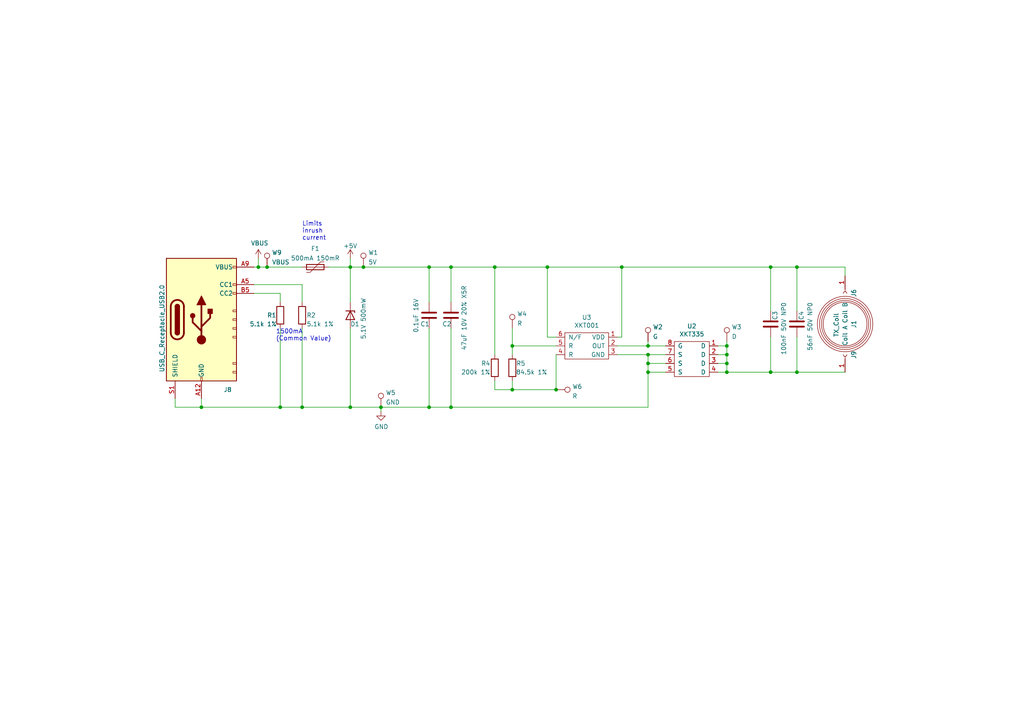
<source format=kicad_sch>
(kicad_sch (version 20211123) (generator eeschema)
  (paper "A4")
  (lib_symbols
    (symbol "Connector:Conn_01x01_Female" (pin_names (offset 1.016) hide)
      (property "Reference" "J" (at 0 2.54 0))
      (property "Value" "Conn_01x01_Female" (at 0 -2.54 0))
      (symbol "Conn_01x01_Female_1_1"
        (polyline (pts (xy -1.27 0) (xy -0.508 0)) (stroke (width 0.1524)))
        (arc (start 0 0.508) (mid -0.508 0) (end 0 -0.508) (stroke (width 0.1524)))
        (pin passive line (at -5.08 0 0) (length 3.81) (name "Pin_1") (number "1"))
      )
    )
    (symbol "Device:C" (pin_numbers hide) (pin_names (offset 0.254))
      (property "Reference" "C" (at 0.635 2.54 0))
      (property "Value" "C" (at 0.635 -2.54 0))
      (symbol "C_0_1"
        (polyline (pts (xy -2.032 -0.762) (xy 2.032 -0.762)) (stroke (width 0.508)))
        (polyline (pts (xy -2.032 0.762) (xy 2.032 0.762)) (stroke (width 0.508)))
      )
      (symbol "C_1_1"
        (pin passive line (at 0 3.81 270) (length 2.794) (name "~") (number "1"))
        (pin passive line (at 0 -3.81 90) (length 2.794) (name "~") (number "2"))
      )
    )
    (symbol "Device:D_Zener" (pin_numbers hide) (pin_names (offset 1.016) hide)
      (property "Reference" "D" (at 0 2.54 0))
      (property "Value" "D_Zener" (at 0 -2.54 0))
      (symbol "D_Zener_0_1"
        (polyline (pts (xy 1.27 0) (xy -1.27 0)))
        (polyline (pts (xy -1.27 -1.27) (xy -1.27 1.27) (xy -0.762 1.27)) (stroke (width 0.254)))
        (polyline (pts (xy 1.27 -1.27) (xy 1.27 1.27) (xy -1.27 0) (xy 1.27 -1.27)) (stroke (width 0.254)))
      )
      (symbol "D_Zener_1_1"
        (pin passive line (at -3.81 0 0) (length 2.54) (name "K") (number "1"))
        (pin passive line (at 3.81 0 180) (length 2.54) (name "A") (number "2"))
      )
    )
    (symbol "Device:Polyfuse" (pin_numbers hide) (pin_names (offset 0))
      (property "Reference" "F" (at -2.54 0 90))
      (property "Value" "Polyfuse" (at 2.54 0 90))
      (symbol "Polyfuse_0_1"
        (rectangle (start -0.762 2.54) (end 0.762 -2.54) (stroke (width 0.254)))
        (polyline (pts (xy 0 2.54) (xy 0 -2.54)))
        (polyline (pts (xy -1.524 2.54) (xy -1.524 1.524) (xy 1.524 -1.524) (xy 1.524 -2.54)))
      )
      (symbol "Polyfuse_1_1"
        (pin passive line (at 0 3.81 270) (length 1.27) (name "~") (number "1"))
        (pin passive line (at 0 -3.81 90) (length 1.27) (name "~") (number "2"))
      )
    )
    (symbol "Device:R" (pin_numbers hide) (pin_names (offset 0))
      (property "Reference" "R" (at 2.032 0 90))
      (property "Value" "R" (at 0 0 90))
      (symbol "R_0_1"
        (rectangle (start -1.016 -2.54) (end 1.016 2.54) (stroke (width 0.254)))
      )
      (symbol "R_1_1"
        (pin passive line (at 0 3.81 270) (length 1.27) (name "~") (number "1"))
        (pin passive line (at 0 -3.81 90) (length 1.27) (name "~") (number "2"))
      )
    )
    (symbol "Pixels-dice:TEST_1P-conn" (pin_numbers hide) (pin_names (offset 0.762) hide)
      (property "Reference" "W" (at 0 6.858 0))
      (property "Value" "TEST_1P-conn" (at 0 5.08 0))
      (symbol "TEST_1P-conn_0_1"
        (circle (center 0 3.302) (radius 0.762))
      )
      (symbol "TEST_1P-conn_1_1"
        (pin passive line (at 0 0 90) (length 2.54) (name "1") (number "1"))
      )
    )
    (symbol "Pixels-dice:TX_Coil"
      (property "Reference" "J" (at 0 10.16 0))
      (property "Value" "TX_Coil" (at 0 -10.16 0))
      (symbol "TX_Coil_0_1"
        (circle (center 0 0) (radius 6.35))
        (circle (center 0 0) (radius 6.8392))
        (circle (center 0 0) (radius 7.4053))
        (circle (center 0 0) (radius 8.0322))
      )
    )
    (symbol "Pixels-dice:USB_C_Receptacle_USB2.0" (pin_names (offset 1.016))
      (property "Reference" "J" (at -10.16 19.05 0))
      (property "Value" "USB_C_Receptacle_USB2.0" (at 19.05 19.05 0))
      (symbol "USB_C_Receptacle_USB2.0_0_0"
        (rectangle (start -0.254 -17.78) (end 0.254 -16.764))
        (rectangle (start 10.16 -14.986) (end 9.144 -15.494))
        (rectangle (start 10.16 -12.446) (end 9.144 -12.954))
        (rectangle (start 10.16 -4.826) (end 9.144 -5.334))
        (rectangle (start 10.16 -2.286) (end 9.144 -2.794))
        (rectangle (start 10.16 0.254) (end 9.144 -0.254))
        (rectangle (start 10.16 2.794) (end 9.144 2.286))
        (rectangle (start 10.16 7.874) (end 9.144 7.366))
        (rectangle (start 10.16 10.414) (end 9.144 9.906))
        (rectangle (start 10.16 15.494) (end 9.144 14.986))
      )
      (symbol "USB_C_Receptacle_USB2.0_0_1"
        (rectangle (start -10.16 17.78) (end 10.16 -17.78) (stroke (width 0.254)) (fill (type background)))
        (arc (start -8.89 -3.81) (mid -6.985 -5.715) (end -5.08 -3.81) (stroke (width 0.508)))
        (arc (start -7.62 -3.81) (mid -6.985 -4.445) (end -6.35 -3.81) (stroke (width 0.254)))
        (arc (start -7.62 -3.81) (mid -6.985 -4.445) (end -6.35 -3.81) (stroke (width 0.254)) (fill (type outline)))
        (rectangle (start -7.62 -3.81) (end -6.35 3.81) (stroke (width 0.254)) (fill (type outline)))
        (arc (start -6.35 3.81) (mid -6.985 4.445) (end -7.62 3.81) (stroke (width 0.254)))
        (arc (start -6.35 3.81) (mid -6.985 4.445) (end -7.62 3.81) (stroke (width 0.254)) (fill (type outline)))
        (arc (start -5.08 3.81) (mid -6.985 5.715) (end -8.89 3.81) (stroke (width 0.508)))
        (circle (center -2.54 1.143) (radius 0.635) (stroke (width 0.254)) (fill (type outline)))
        (circle (center 0 -5.842) (radius 1.27) (fill (type outline)))
        (polyline (pts (xy -8.89 -3.81) (xy -8.89 3.81)) (stroke (width 0.508)))
        (polyline (pts (xy -5.08 3.81) (xy -5.08 -3.81)) (stroke (width 0.508)))
        (polyline (pts (xy 0 -5.842) (xy 0 4.318)) (stroke (width 0.508)))
        (polyline (pts (xy 0 -3.302) (xy -2.54 -0.762) (xy -2.54 0.508)) (stroke (width 0.508)))
        (polyline (pts (xy 0 -2.032) (xy 2.54 0.508) (xy 2.54 1.778)) (stroke (width 0.508)))
        (polyline (pts (xy -1.27 4.318) (xy 0 6.858) (xy 1.27 4.318) (xy -1.27 4.318)) (stroke (width 0.254)) (fill (type outline)))
        (rectangle (start 1.905 1.778) (end 3.175 3.048) (stroke (width 0.254)) (fill (type outline)))
      )
      (symbol "USB_C_Receptacle_USB2.0_1_1"
        (pin passive line (at 0 -22.86 90) (length 5.08) (name "GND") (number "A12"))
        (pin bidirectional line (at 15.24 10.16 180) (length 5.08) (name "CC1") (number "A5"))
        (pin passive line (at 15.24 15.24 180) (length 5.08) (name "VBUS") (number "A9"))
        (pin passive line (at 0 -22.86 90) (length 5.08) hide (name "GND") (number "B12"))
        (pin bidirectional line (at 15.24 7.62 180) (length 5.08) (name "CC2") (number "B5"))
        (pin passive line (at 15.24 15.24 180) (length 5.08) hide (name "VBUS") (number "B9"))
        (pin passive line (at -7.62 -22.86 90) (length 5.08) (name "SHIELD") (number "S1"))
      )
    )
    (symbol "Pixels-dice:XKT001" (pin_names (offset 1.016))
      (property "Reference" "U" (at 0 5.08 0))
      (property "Value" "XKT001" (at 0 -5.08 0))
      (symbol "XKT001_0_1"
        (rectangle (start -6.35 3.81) (end 6.35 -3.81))
      )
      (symbol "XKT001_1_1"
        (pin power_in line (at -8.89 2.54 0) (length 2.54) (name "VDD") (number "1"))
        (pin output line (at -8.89 0 0) (length 2.54) (name "OUT") (number "2"))
        (pin power_in line (at -8.89 -2.54 0) (length 2.54) (name "GND") (number "3"))
        (pin passive line (at 8.89 -2.54 180) (length 2.54) (name "R") (number "4"))
        (pin passive line (at 8.89 0 180) (length 2.54) (name "R") (number "5"))
        (pin input line (at 8.89 2.54 180) (length 2.54) (name "N/F") (number "6"))
      )
    )
    (symbol "Pixels-dice:XKT335" (pin_names (offset 1.016))
      (property "Reference" "U" (at 0 6.35 0))
      (property "Value" "XKT335" (at 0 -6.35 0))
      (symbol "XKT335_0_1"
        (rectangle (start -5.08 5.08) (end 5.08 -5.08))
      )
      (symbol "XKT335_1_1"
        (pin input line (at -7.62 3.81 0) (length 2.54) (name "D") (number "1"))
        (pin input line (at -7.62 1.27 0) (length 2.54) (name "D") (number "2"))
        (pin input line (at -7.62 -1.27 0) (length 2.54) (name "D") (number "3"))
        (pin input line (at -7.62 -3.81 0) (length 2.54) (name "D") (number "4"))
        (pin input line (at 7.62 -3.81 180) (length 2.54) (name "S") (number "5"))
        (pin input line (at 7.62 -1.27 180) (length 2.54) (name "S") (number "6"))
        (pin input line (at 7.62 1.27 180) (length 2.54) (name "S") (number "7"))
        (pin input line (at 7.62 3.81 180) (length 2.54) (name "G") (number "8"))
      )
    )
    (symbol "power:+5V" (power) (pin_names (offset 0))
      (property "Value" "+5V" (at 0 3.556 0))
      (symbol "+5V_0_1"
        (polyline (pts (xy -0.762 1.27) (xy 0 2.54)))
        (polyline (pts (xy 0 0) (xy 0 2.54)))
        (polyline (pts (xy 0 2.54) (xy 0.762 1.27)))
      )
      (symbol "+5V_1_1"
        (pin power_in line (at 0 0 90) (length 0) hide (name "+5V") (number "1"))
      )
    )
    (symbol "power:GND" (power) (pin_names (offset 0))
      (property "Value" "GND" (at 0 -3.81 0))
      (symbol "GND_0_1"
        (polyline (pts (xy 0 0) (xy 0 -1.27) (xy 1.27 -1.27) (xy 0 -2.54) (xy -1.27 -1.27) (xy 0 -1.27)))
      )
      (symbol "GND_1_1"
        (pin power_in line (at 0 0 270) (length 0) hide (name "GND") (number "1"))
      )
    )
    (symbol "power:VBUS" (power) (pin_names (offset 0))
      (property "Value" "VBUS" (at 0 3.81 0))
      (symbol "VBUS_0_1"
        (polyline (pts (xy -0.762 1.27) (xy 0 2.54)))
        (polyline (pts (xy 0 0) (xy 0 2.54)))
        (polyline (pts (xy 0 2.54) (xy 0.762 1.27)))
      )
      (symbol "VBUS_1_1"
        (pin power_in line (at 0 0 90) (length 0) hide (name "VBUS") (number "1"))
      )
    )
  )
  (junction (at 158.75 77.47))
  (junction (at 210.82 102.87))
  (junction (at 101.6 77.47))
  (junction (at 143.51 77.47))
  (junction (at 130.81 118.11))
  (junction (at 110.49 118.11))
  (junction (at 124.46 118.11))
  (junction (at 58.42 118.11))
  (junction (at 87.63 118.11))
  (junction (at 101.6 118.11))
  (junction (at 81.28 118.11))
  (junction (at 231.14 77.47))
  (junction (at 210.82 107.95))
  (junction (at 74.93 77.47))
  (junction (at 187.96 107.95))
  (junction (at 105.41 77.47))
  (junction (at 130.81 77.47))
  (junction (at 77.47 77.47))
  (junction (at 161.29 113.03))
  (junction (at 210.82 100.33))
  (junction (at 124.46 77.47))
  (junction (at 231.14 107.95))
  (junction (at 210.82 105.41))
  (junction (at 187.96 100.33))
  (junction (at 187.96 102.87))
  (junction (at 180.34 77.47))
  (junction (at 223.52 77.47))
  (junction (at 187.96 105.41))
  (junction (at 148.59 113.03))
  (junction (at 223.52 107.95))
  (junction (at 148.59 100.33))
  (wire (pts (xy 193.04 102.87) (xy 187.96 102.87)))
  (wire (pts (xy 245.11 80.01) (xy 245.11 77.47)))
  (wire (pts (xy 187.96 107.95) (xy 187.96 118.11)))
  (wire (pts (xy 208.28 102.87) (xy 210.82 102.87)))
  (wire (pts (xy 180.34 77.47) (xy 223.52 77.47)))
  (wire (pts (xy 143.51 113.03) (xy 143.51 110.49)))
  (wire (pts (xy 81.28 118.11) (xy 87.63 118.11)))
  (wire (pts (xy 231.14 107.95) (xy 245.11 107.95)))
  (wire (pts (xy 161.29 102.87) (xy 161.29 113.03)))
  (wire (pts (xy 143.51 77.47) (xy 143.51 102.87)))
  (wire (pts (xy 223.52 97.79) (xy 223.52 107.95)))
  (wire (pts (xy 158.75 77.47) (xy 158.75 97.79)))
  (wire (pts (xy 110.49 118.11) (xy 110.49 119.38)))
  (wire (pts (xy 110.49 118.11) (xy 124.46 118.11)))
  (wire (pts (xy 223.52 77.47) (xy 223.52 90.17)))
  (wire (pts (xy 101.6 77.47) (xy 101.6 87.63)))
  (wire (pts (xy 74.93 74.93) (xy 74.93 77.47)))
  (wire (pts (xy 130.81 77.47) (xy 130.81 87.63)))
  (wire (pts (xy 187.96 107.95) (xy 193.04 107.95)))
  (wire (pts (xy 101.6 95.25) (xy 101.6 118.11)))
  (wire (pts (xy 50.8 115.57) (xy 50.8 118.11)))
  (wire (pts (xy 148.59 113.03) (xy 143.51 113.03)))
  (wire (pts (xy 101.6 118.11) (xy 110.49 118.11)))
  (wire (pts (xy 231.14 97.79) (xy 231.14 107.95)))
  (wire (pts (xy 87.63 95.25) (xy 87.63 118.11)))
  (wire (pts (xy 210.82 100.33) (xy 210.82 102.87)))
  (wire (pts (xy 158.75 97.79) (xy 161.29 97.79)))
  (wire (pts (xy 148.59 113.03) (xy 148.59 110.49)))
  (wire (pts (xy 81.28 85.09) (xy 81.28 87.63)))
  (wire (pts (xy 208.28 105.41) (xy 210.82 105.41)))
  (wire (pts (xy 143.51 77.47) (xy 158.75 77.47)))
  (wire (pts (xy 58.42 118.11) (xy 81.28 118.11)))
  (wire (pts (xy 130.81 77.47) (xy 143.51 77.47)))
  (wire (pts (xy 210.82 105.41) (xy 210.82 107.95)))
  (wire (pts (xy 179.07 97.79) (xy 180.34 97.79)))
  (wire (pts (xy 148.59 95.25) (xy 148.59 100.33)))
  (wire (pts (xy 124.46 95.25) (xy 124.46 118.11)))
  (wire (pts (xy 87.63 118.11) (xy 101.6 118.11)))
  (wire (pts (xy 130.81 118.11) (xy 187.96 118.11)))
  (wire (pts (xy 208.28 100.33) (xy 210.82 100.33)))
  (wire (pts (xy 210.82 100.33) (xy 210.82 99.06)))
  (wire (pts (xy 124.46 77.47) (xy 130.81 77.47)))
  (wire (pts (xy 130.81 95.25) (xy 130.81 118.11)))
  (wire (pts (xy 101.6 74.93) (xy 101.6 77.47)))
  (wire (pts (xy 231.14 90.17) (xy 231.14 77.47)))
  (wire (pts (xy 245.11 77.47) (xy 231.14 77.47)))
  (wire (pts (xy 223.52 107.95) (xy 231.14 107.95)))
  (wire (pts (xy 179.07 100.33) (xy 187.96 100.33)))
  (wire (pts (xy 105.41 77.47) (xy 124.46 77.47)))
  (wire (pts (xy 95.25 77.47) (xy 101.6 77.47)))
  (wire (pts (xy 50.8 118.11) (xy 58.42 118.11)))
  (wire (pts (xy 73.66 85.09) (xy 81.28 85.09)))
  (wire (pts (xy 87.63 82.55) (xy 87.63 87.63)))
  (wire (pts (xy 73.66 82.55) (xy 87.63 82.55)))
  (wire (pts (xy 187.96 105.41) (xy 187.96 102.87)))
  (wire (pts (xy 158.75 77.47) (xy 180.34 77.47)))
  (wire (pts (xy 148.59 113.03) (xy 161.29 113.03)))
  (wire (pts (xy 73.66 77.47) (xy 74.93 77.47)))
  (wire (pts (xy 58.42 115.57) (xy 58.42 118.11)))
  (wire (pts (xy 101.6 77.47) (xy 105.41 77.47)))
  (wire (pts (xy 210.82 102.87) (xy 210.82 105.41)))
  (wire (pts (xy 77.47 77.47) (xy 87.63 77.47)))
  (wire (pts (xy 148.59 100.33) (xy 161.29 100.33)))
  (wire (pts (xy 187.96 102.87) (xy 179.07 102.87)))
  (wire (pts (xy 193.04 105.41) (xy 187.96 105.41)))
  (wire (pts (xy 124.46 87.63) (xy 124.46 77.47)))
  (wire (pts (xy 187.96 100.33) (xy 193.04 100.33)))
  (wire (pts (xy 74.93 77.47) (xy 77.47 77.47)))
  (wire (pts (xy 210.82 107.95) (xy 223.52 107.95)))
  (wire (pts (xy 187.96 105.41) (xy 187.96 107.95)))
  (wire (pts (xy 81.28 95.25) (xy 81.28 118.11)))
  (wire (pts (xy 148.59 102.87) (xy 148.59 100.33)))
  (wire (pts (xy 180.34 77.47) (xy 180.34 97.79)))
  (wire (pts (xy 210.82 107.95) (xy 208.28 107.95)))
  (wire (pts (xy 223.52 77.47) (xy 231.14 77.47)))
  (wire (pts (xy 124.46 118.11) (xy 130.81 118.11)))
  (wire (pts (xy 187.96 100.33) (xy 187.96 99.06)))
  (text "Limits\ninrush\ncurrent" (at 87.63 69.85 0) (effects (font (size 1.27 1.27)) (justify left bottom)))
  (text "1500mA\n(Common Value)" (at 80.01 99.06 0) (effects (font (size 1.27 1.27)) (justify left bottom)))
  (symbol (lib_id "Pixels-dice:USB_C_Receptacle_USB2.0") (at 58.42 92.71 0) (unit 1)
    (property "Reference" "J8" (at 66.04 113.03 0))
    (property "Value" "USB_C_Receptacle_USB2.0" (at 46.99 95.25 90))
    (property "Footprint" "Pixels-dice:USB-C-SMD_10P-P1.00-L6.8-W8.9" (effects hide))
    (property "Datasheet" "https://www.usb.org/sites/default/files/documents/usb_type-c.zip" (effects hide))
    (property "LCSC Part Number" "C283540" (effects hide))
    (property "Part Number" "TYPE-C-31-M-17" (effects hide))
    (property "Manufacturer" "Korean Hroparts Elec" (effects hide))
    (property "Pixels Part Number" "SMD-J108" (effects hide))
  )
  (symbol (lib_id "Device:C") (at 231.14 93.98 0) (mirror x) (unit 1)
    (property "Reference" "C4" (at 232.41 90.17 90) (effects (justify left)))
    (property "Value" "56nF 50V NP0" (at 234.95 87.63 90) (effects (justify left)))
    (property "Footprint" "Capacitor_SMD:C_1206_3216Metric" (effects hide))
    (property "LCSC Part Number" "C441752" (effects hide))
    (property "Part Number" "GRM31M5C1H563JA01L" (effects hide))
    (property "Manufacturer" "Murata" (effects hide))
    (property "Pixels Part Number" "SMD-C104" (effects hide))
  )
  (symbol (lib_id "Device:R") (at 87.63 91.44 180) (unit 1)
    (property "Reference" "R2" (at 88.9 91.44 0) (effects (justify right)))
    (property "Value" "5.1k 1%" (at 88.9 93.98 0) (effects (justify right)))
    (property "Footprint" "Resistor_SMD:R_0402_1005Metric" (effects hide))
    (property "LCSC Part Number" "C25905" (effects hide))
    (property "Part Number" "0402WGF5101TCE" (effects hide))
    (property "Manufacturer" "UNI-ROYAL(Uniroyal Elec)" (effects hide))
    (property "Pixels Part Number" "SMD-R101" (effects hide))
  )
  (symbol (lib_id "Device:C") (at 130.81 91.44 0) (unit 1)
    (property "Reference" "C2" (at 128.27 93.98 0) (effects (justify left)))
    (property "Value" "47uF 10V 20% X5R" (at 134.62 101.6 90) (effects (justify left)))
    (property "Footprint" "Capacitor_SMD:C_1206_3216Metric" (effects hide))
    (property "LCSC Part Number" "C94034" (effects hide))
    (property "Part Number" "GRM31CR61A476ME15L" (effects hide))
    (property "Manufacturer" "Murata" (effects hide))
    (property "Pixels Part Number" "SMD-C102" (effects hide))
  )
  (symbol (lib_id "Device:C") (at 124.46 91.44 0) (unit 1)
    (property "Reference" "C1" (at 121.92 93.98 0) (effects (justify left)))
    (property "Value" "0.1uF 16V" (at 120.65 96.52 90) (effects (justify left)))
    (property "Footprint" "Capacitor_SMD:C_0603_1608Metric" (effects hide))
    (property "LCSC Part Number" "C66501" (effects hide))
    (property "Part Number" "CL10B104KO8NNNC" (effects hide))
    (property "Manufacturer" "Samsung Electro-Mechanics" (effects hide))
    (property "Pixels Part Number" "SMD-C101" (effects hide))
  )
  (symbol (lib_id "Connector:Conn_01x01_Female") (at 245.11 102.87 270) (mirror x) (unit 1)
    (property "Reference" "J9" (at 247.65 104.14 0) (effects (justify left)))
    (property "Value" "Coil A" (at 245.11 100.33 0) (effects (justify left)))
    (property "Footprint" "TestPoint:TestPoint_THTPad_D2.0mm_Drill1.0mm" (effects hide))
  )
  (symbol (lib_id "Connector:Conn_01x01_Female") (at 245.11 85.09 90) (mirror x) (unit 1)
    (property "Reference" "J6" (at 247.65 83.82 0) (effects (justify left)))
    (property "Value" "Coil B" (at 245.11 87.63 0) (effects (justify left)))
    (property "Footprint" "TestPoint:TestPoint_THTPad_D2.0mm_Drill1.0mm" (effects hide))
  )
  (symbol (lib_id "Pixels-dice:XKT001") (at 170.18 100.33 0) (mirror y) (unit 1)
    (property "Reference" "U3" (at 170.18 92.075 0))
    (property "Value" "XKT001" (at 170.18 94.3864 0))
    (property "Footprint" "Package_TO_SOT_SMD:SOT-23-6" (effects hide))
    (property "Manufacturer" "XKT" (effects hide))
    (property "Part Number" "XKT001" (effects hide))
    (property "Pixels Part Number" "SMD-U103" (effects hide))
  )
  (symbol (lib_id "Pixels-dice:XKT335") (at 200.66 104.14 0) (mirror y) (unit 1)
    (property "Reference" "U2" (at 200.66 94.615 0))
    (property "Value" "XKT335" (at 200.66 96.9264 0))
    (property "Footprint" "Pixels-dice:SOIC-8_3.9x4.9mm_P1.27mm" (effects hide))
    (property "Manufacturer" "XKT" (effects hide))
    (property "Part Number" "XKT335" (effects hide))
    (property "Pixels Part Number" "SMD-U102" (effects hide))
  )
  (symbol (lib_id "Device:R") (at 143.51 106.68 0) (mirror x) (unit 1)
    (property "Reference" "R4" (at 142.24 105.41 0) (effects (justify right)))
    (property "Value" "200k 1%" (at 142.24 107.95 0) (effects (justify right)))
    (property "Footprint" "Resistor_SMD:R_0603_1608Metric" (effects hide))
    (property "LCSC Part Number" "C25811" (effects hide))
    (property "Part Number" "0603WAF2003T5E" (effects hide))
    (property "Manufacturer" "UNI-ROYAL(Uniroyal Elec)" (effects hide))
    (property "Pixels Part Number" "SMD-R104" (effects hide))
  )
  (symbol (lib_id "Device:R") (at 148.59 106.68 0) (mirror x) (unit 1)
    (property "Reference" "R5" (at 152.4 105.41 0) (effects (justify right)))
    (property "Value" "84.5k 1%" (at 158.75 107.95 0) (effects (justify right)))
    (property "Footprint" "Resistor_SMD:R_0603_1608Metric" (effects hide))
    (property "LCSC Part Number" "C23118" (effects hide))
    (property "Part Number" "0603WAF8452T5E" (effects hide))
    (property "Manufacturer" "UNI-ROYAL(Uniroyal Elec)" (effects hide))
    (property "Pixels Part Number" "SMD-R105" (effects hide))
  )
  (symbol (lib_id "Device:R") (at 81.28 91.44 180) (unit 1)
    (property "Reference" "R1" (at 77.47 91.44 0) (effects (justify right)))
    (property "Value" "5.1k 1%" (at 72.39 93.98 0) (effects (justify right)))
    (property "Footprint" "Resistor_SMD:R_0402_1005Metric" (effects hide))
    (property "LCSC Part Number" "C25905" (effects hide))
    (property "Part Number" "0402WGF5101TCE" (effects hide))
    (property "Manufacturer" "UNI-ROYAL(Uniroyal Elec)" (effects hide))
    (property "Pixels Part Number" "SMD-R101" (effects hide))
  )
  (symbol (lib_id "power:VBUS") (at 74.93 74.93 0) (unit 1)
    (property "Reference" "#PWR01" (effects hide))
    (property "Value" "VBUS" (at 75.311 70.5358 0))
  )
  (symbol (lib_id "Device:D_Zener") (at 101.6 91.44 270) (unit 1)
    (property "Reference" "D1" (at 101.6 93.98 90) (effects (justify left)))
    (property "Value" "5.1V 500mW" (at 105.41 86.36 0) (effects (justify left)))
    (property "Footprint" "Diode_SMD:D_SOD-123" (effects hide))
    (property "LCSC Part Number" "C353516" (effects hide))
    (property "Manufacturer" "Shandong Jingdao Microelectronics" (effects hide))
    (property "Part Number" "BZT52C5V1" (effects hide))
    (property "Pixels Part Number" "SMD-D101" (effects hide))
  )
  (symbol (lib_id "Pixels-dice:TEST_1P-conn") (at 161.29 113.03 270) (unit 1)
    (property "Reference" "W6" (at 165.989 112.1215 90) (effects (justify left)))
    (property "Value" "R" (at 165.989 114.8966 90) (effects (justify left)))
    (property "Footprint" "Pixels-dice:TEST_PIN" (effects hide))
  )
  (symbol (lib_id "Device:C") (at 223.52 93.98 0) (mirror x) (unit 1)
    (property "Reference" "C3" (at 224.79 90.17 90) (effects (justify left)))
    (property "Value" "100nF 50V NP0" (at 227.33 87.63 90) (effects (justify left)))
    (property "Footprint" "Capacitor_SMD:C_1206_3216Metric" (effects hide))
    (property "LCSC Part Number" "C21812" (effects hide))
    (property "Part Number" "GRM31C5C1H104JA01L" (effects hide))
    (property "Manufacturer" "Murata" (effects hide))
    (property "Pixels Part Number" "SMD-C103" (effects hide))
  )
  (symbol (lib_id "Pixels-dice:TEST_1P-conn") (at 110.49 118.11 0) (unit 1)
    (property "Reference" "W5" (at 111.887 113.8995 0) (effects (justify left)))
    (property "Value" "GND" (at 111.887 116.6746 0) (effects (justify left)))
    (property "Footprint" "Pixels-dice:TEST_PIN" (effects hide))
  )
  (symbol (lib_id "power:GND") (at 110.49 119.38 0) (unit 1)
    (property "Reference" "#PWR03" (effects hide))
    (property "Value" "GND" (at 110.617 123.7742 0))
  )
  (symbol (lib_id "Pixels-dice:TEST_1P-conn") (at 105.41 77.47 0) (unit 1)
    (property "Reference" "W1" (at 106.807 73.2595 0) (effects (justify left)))
    (property "Value" "5V" (at 106.807 76.0346 0) (effects (justify left)))
    (property "Footprint" "Pixels-dice:TEST_PIN" (effects hide))
  )
  (symbol (lib_id "Pixels-dice:TEST_1P-conn") (at 148.59 95.25 0) (unit 1)
    (property "Reference" "W4" (at 149.987 91.0395 0) (effects (justify left)))
    (property "Value" "R" (at 149.987 93.8146 0) (effects (justify left)))
    (property "Footprint" "Pixels-dice:TEST_PIN" (effects hide))
  )
  (symbol (lib_id "Pixels-dice:TEST_1P-conn") (at 210.82 99.06 0) (unit 1)
    (property "Reference" "W3" (at 212.217 94.8495 0) (effects (justify left)))
    (property "Value" "D" (at 212.217 97.6246 0) (effects (justify left)))
    (property "Footprint" "Pixels-dice:TEST_PIN" (effects hide))
  )
  (symbol (lib_id "power:+5V") (at 101.6 74.93 0) (unit 1)
    (property "Reference" "#PWR04" (effects hide))
    (property "Value" "+5V" (at 101.6 71.3255 0))
  )
  (symbol (lib_id "Pixels-dice:TX_Coil") (at 245.11 93.98 0) (unit 1)
    (property "Reference" "J1" (at 247.65 95.25 90) (effects (justify left)))
    (property "Value" "TX_Coil" (at 242.57 97.79 90) (effects (justify left)))
    (property "Footprint" "Pixels-dice:TX Coil" (effects hide))
    (property "Pixels Part Number" "THT-TXCOIL-1" (effects hide))
  )
  (symbol (lib_id "Pixels-dice:TEST_1P-conn") (at 187.96 99.06 0) (unit 1)
    (property "Reference" "W2" (at 189.357 94.8495 0) (effects (justify left)))
    (property "Value" "G" (at 189.357 97.6246 0) (effects (justify left)))
    (property "Footprint" "Pixels-dice:TEST_PIN" (effects hide))
  )
  (symbol (lib_id "Pixels-dice:TEST_1P-conn") (at 77.47 77.47 0) (unit 1)
    (property "Reference" "W9" (at 78.867 73.2595 0) (effects (justify left)))
    (property "Value" "VBUS" (at 78.867 76.0346 0) (effects (justify left)))
    (property "Footprint" "Pixels-dice:TEST_PIN" (effects hide))
  )
  (symbol (lib_id "Device:Polyfuse") (at 91.44 77.47 90) (unit 1)
    (property "Reference" "F1" (at 91.44 72.1065 90))
    (property "Value" "500mA 150mR" (at 91.44 74.8816 90))
    (property "Footprint" "Fuse:Fuse_0805_2012Metric" (effects hide))
    (property "Manufacturer" "Shenzhen JDT Fuse" (effects hide))
    (property "Part Number" "ASMD0805-050" (effects hide))
    (property "LCSC Part Number" "C135329" (effects hide))
    (property "Pixels Part Number" "SMD-F101" (effects hide))
  )
)
</source>
